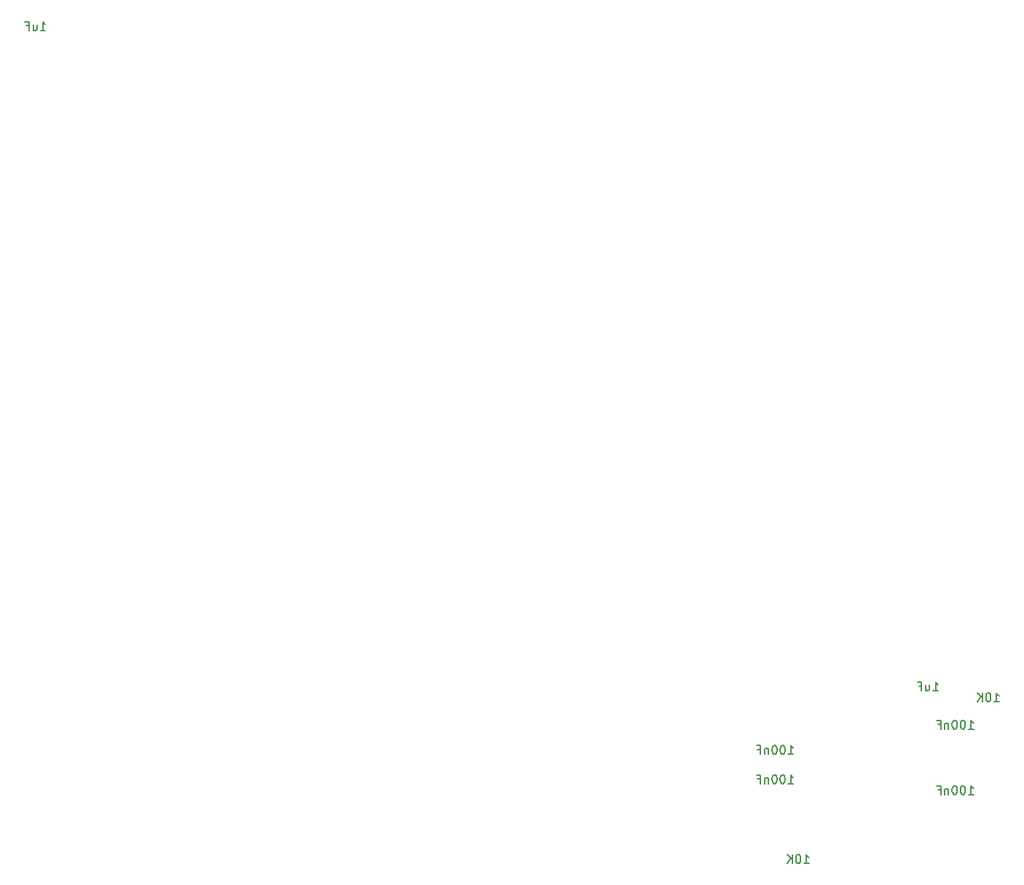
<source format=gbr>
G04 #@! TF.FileFunction,Other,Fab,Bot*
%FSLAX46Y46*%
G04 Gerber Fmt 4.6, Leading zero omitted, Abs format (unit mm)*
G04 Created by KiCad (PCBNEW 4.0.1-stable) date 2/13/2016 10:11:50 PM*
%MOMM*%
G01*
G04 APERTURE LIST*
%ADD10C,0.100000*%
%ADD11C,0.150000*%
G04 APERTURE END LIST*
D10*
D11*
X100163238Y-84966381D02*
X100734667Y-84966381D01*
X100448953Y-84966381D02*
X100448953Y-83966381D01*
X100544191Y-84109238D01*
X100639429Y-84204476D01*
X100734667Y-84252095D01*
X99306095Y-84299714D02*
X99306095Y-84966381D01*
X99734667Y-84299714D02*
X99734667Y-84823524D01*
X99687048Y-84918762D01*
X99591810Y-84966381D01*
X99448952Y-84966381D01*
X99353714Y-84918762D01*
X99306095Y-84871143D01*
X98496571Y-84442571D02*
X98829905Y-84442571D01*
X98829905Y-84966381D02*
X98829905Y-83966381D01*
X98353714Y-83966381D01*
X83335619Y-95761381D02*
X83907048Y-95761381D01*
X83621334Y-95761381D02*
X83621334Y-94761381D01*
X83716572Y-94904238D01*
X83811810Y-94999476D01*
X83907048Y-95047095D01*
X82716572Y-94761381D02*
X82621333Y-94761381D01*
X82526095Y-94809000D01*
X82478476Y-94856619D01*
X82430857Y-94951857D01*
X82383238Y-95142333D01*
X82383238Y-95380429D01*
X82430857Y-95570905D01*
X82478476Y-95666143D01*
X82526095Y-95713762D01*
X82621333Y-95761381D01*
X82716572Y-95761381D01*
X82811810Y-95713762D01*
X82859429Y-95666143D01*
X82907048Y-95570905D01*
X82954667Y-95380429D01*
X82954667Y-95142333D01*
X82907048Y-94951857D01*
X82859429Y-94856619D01*
X82811810Y-94809000D01*
X82716572Y-94761381D01*
X81764191Y-94761381D02*
X81668952Y-94761381D01*
X81573714Y-94809000D01*
X81526095Y-94856619D01*
X81478476Y-94951857D01*
X81430857Y-95142333D01*
X81430857Y-95380429D01*
X81478476Y-95570905D01*
X81526095Y-95666143D01*
X81573714Y-95713762D01*
X81668952Y-95761381D01*
X81764191Y-95761381D01*
X81859429Y-95713762D01*
X81907048Y-95666143D01*
X81954667Y-95570905D01*
X82002286Y-95380429D01*
X82002286Y-95142333D01*
X81954667Y-94951857D01*
X81907048Y-94856619D01*
X81859429Y-94809000D01*
X81764191Y-94761381D01*
X81002286Y-95094714D02*
X81002286Y-95761381D01*
X81002286Y-95189952D02*
X80954667Y-95142333D01*
X80859429Y-95094714D01*
X80716571Y-95094714D01*
X80621333Y-95142333D01*
X80573714Y-95237571D01*
X80573714Y-95761381D01*
X79764190Y-95237571D02*
X80097524Y-95237571D01*
X80097524Y-95761381D02*
X80097524Y-94761381D01*
X79621333Y-94761381D01*
X83335619Y-92341381D02*
X83907048Y-92341381D01*
X83621334Y-92341381D02*
X83621334Y-91341381D01*
X83716572Y-91484238D01*
X83811810Y-91579476D01*
X83907048Y-91627095D01*
X82716572Y-91341381D02*
X82621333Y-91341381D01*
X82526095Y-91389000D01*
X82478476Y-91436619D01*
X82430857Y-91531857D01*
X82383238Y-91722333D01*
X82383238Y-91960429D01*
X82430857Y-92150905D01*
X82478476Y-92246143D01*
X82526095Y-92293762D01*
X82621333Y-92341381D01*
X82716572Y-92341381D01*
X82811810Y-92293762D01*
X82859429Y-92246143D01*
X82907048Y-92150905D01*
X82954667Y-91960429D01*
X82954667Y-91722333D01*
X82907048Y-91531857D01*
X82859429Y-91436619D01*
X82811810Y-91389000D01*
X82716572Y-91341381D01*
X81764191Y-91341381D02*
X81668952Y-91341381D01*
X81573714Y-91389000D01*
X81526095Y-91436619D01*
X81478476Y-91531857D01*
X81430857Y-91722333D01*
X81430857Y-91960429D01*
X81478476Y-92150905D01*
X81526095Y-92246143D01*
X81573714Y-92293762D01*
X81668952Y-92341381D01*
X81764191Y-92341381D01*
X81859429Y-92293762D01*
X81907048Y-92246143D01*
X81954667Y-92150905D01*
X82002286Y-91960429D01*
X82002286Y-91722333D01*
X81954667Y-91531857D01*
X81907048Y-91436619D01*
X81859429Y-91389000D01*
X81764191Y-91341381D01*
X81002286Y-91674714D02*
X81002286Y-92341381D01*
X81002286Y-91769952D02*
X80954667Y-91722333D01*
X80859429Y-91674714D01*
X80716571Y-91674714D01*
X80621333Y-91722333D01*
X80573714Y-91817571D01*
X80573714Y-92341381D01*
X79764190Y-91817571D02*
X80097524Y-91817571D01*
X80097524Y-92341381D02*
X80097524Y-91341381D01*
X79621333Y-91341381D01*
X104290619Y-97031381D02*
X104862048Y-97031381D01*
X104576334Y-97031381D02*
X104576334Y-96031381D01*
X104671572Y-96174238D01*
X104766810Y-96269476D01*
X104862048Y-96317095D01*
X103671572Y-96031381D02*
X103576333Y-96031381D01*
X103481095Y-96079000D01*
X103433476Y-96126619D01*
X103385857Y-96221857D01*
X103338238Y-96412333D01*
X103338238Y-96650429D01*
X103385857Y-96840905D01*
X103433476Y-96936143D01*
X103481095Y-96983762D01*
X103576333Y-97031381D01*
X103671572Y-97031381D01*
X103766810Y-96983762D01*
X103814429Y-96936143D01*
X103862048Y-96840905D01*
X103909667Y-96650429D01*
X103909667Y-96412333D01*
X103862048Y-96221857D01*
X103814429Y-96126619D01*
X103766810Y-96079000D01*
X103671572Y-96031381D01*
X102719191Y-96031381D02*
X102623952Y-96031381D01*
X102528714Y-96079000D01*
X102481095Y-96126619D01*
X102433476Y-96221857D01*
X102385857Y-96412333D01*
X102385857Y-96650429D01*
X102433476Y-96840905D01*
X102481095Y-96936143D01*
X102528714Y-96983762D01*
X102623952Y-97031381D01*
X102719191Y-97031381D01*
X102814429Y-96983762D01*
X102862048Y-96936143D01*
X102909667Y-96840905D01*
X102957286Y-96650429D01*
X102957286Y-96412333D01*
X102909667Y-96221857D01*
X102862048Y-96126619D01*
X102814429Y-96079000D01*
X102719191Y-96031381D01*
X101957286Y-96364714D02*
X101957286Y-97031381D01*
X101957286Y-96459952D02*
X101909667Y-96412333D01*
X101814429Y-96364714D01*
X101671571Y-96364714D01*
X101576333Y-96412333D01*
X101528714Y-96507571D01*
X101528714Y-97031381D01*
X100719190Y-96507571D02*
X101052524Y-96507571D01*
X101052524Y-97031381D02*
X101052524Y-96031381D01*
X100576333Y-96031381D01*
X104290619Y-89411381D02*
X104862048Y-89411381D01*
X104576334Y-89411381D02*
X104576334Y-88411381D01*
X104671572Y-88554238D01*
X104766810Y-88649476D01*
X104862048Y-88697095D01*
X103671572Y-88411381D02*
X103576333Y-88411381D01*
X103481095Y-88459000D01*
X103433476Y-88506619D01*
X103385857Y-88601857D01*
X103338238Y-88792333D01*
X103338238Y-89030429D01*
X103385857Y-89220905D01*
X103433476Y-89316143D01*
X103481095Y-89363762D01*
X103576333Y-89411381D01*
X103671572Y-89411381D01*
X103766810Y-89363762D01*
X103814429Y-89316143D01*
X103862048Y-89220905D01*
X103909667Y-89030429D01*
X103909667Y-88792333D01*
X103862048Y-88601857D01*
X103814429Y-88506619D01*
X103766810Y-88459000D01*
X103671572Y-88411381D01*
X102719191Y-88411381D02*
X102623952Y-88411381D01*
X102528714Y-88459000D01*
X102481095Y-88506619D01*
X102433476Y-88601857D01*
X102385857Y-88792333D01*
X102385857Y-89030429D01*
X102433476Y-89220905D01*
X102481095Y-89316143D01*
X102528714Y-89363762D01*
X102623952Y-89411381D01*
X102719191Y-89411381D01*
X102814429Y-89363762D01*
X102862048Y-89316143D01*
X102909667Y-89220905D01*
X102957286Y-89030429D01*
X102957286Y-88792333D01*
X102909667Y-88601857D01*
X102862048Y-88506619D01*
X102814429Y-88459000D01*
X102719191Y-88411381D01*
X101957286Y-88744714D02*
X101957286Y-89411381D01*
X101957286Y-88839952D02*
X101909667Y-88792333D01*
X101814429Y-88744714D01*
X101671571Y-88744714D01*
X101576333Y-88792333D01*
X101528714Y-88887571D01*
X101528714Y-89411381D01*
X100719190Y-88887571D02*
X101052524Y-88887571D01*
X101052524Y-89411381D02*
X101052524Y-88411381D01*
X100576333Y-88411381D01*
X-3595762Y-8131381D02*
X-3024333Y-8131381D01*
X-3310047Y-8131381D02*
X-3310047Y-7131381D01*
X-3214809Y-7274238D01*
X-3119571Y-7369476D01*
X-3024333Y-7417095D01*
X-4452905Y-7464714D02*
X-4452905Y-8131381D01*
X-4024333Y-7464714D02*
X-4024333Y-7988524D01*
X-4071952Y-8083762D01*
X-4167190Y-8131381D01*
X-4310048Y-8131381D01*
X-4405286Y-8083762D01*
X-4452905Y-8036143D01*
X-5262429Y-7607571D02*
X-4929095Y-7607571D01*
X-4929095Y-8131381D02*
X-4929095Y-7131381D01*
X-5405286Y-7131381D01*
X85145476Y-105041381D02*
X85716905Y-105041381D01*
X85431191Y-105041381D02*
X85431191Y-104041381D01*
X85526429Y-104184238D01*
X85621667Y-104279476D01*
X85716905Y-104327095D01*
X84526429Y-104041381D02*
X84431190Y-104041381D01*
X84335952Y-104089000D01*
X84288333Y-104136619D01*
X84240714Y-104231857D01*
X84193095Y-104422333D01*
X84193095Y-104660429D01*
X84240714Y-104850905D01*
X84288333Y-104946143D01*
X84335952Y-104993762D01*
X84431190Y-105041381D01*
X84526429Y-105041381D01*
X84621667Y-104993762D01*
X84669286Y-104946143D01*
X84716905Y-104850905D01*
X84764524Y-104660429D01*
X84764524Y-104422333D01*
X84716905Y-104231857D01*
X84669286Y-104136619D01*
X84621667Y-104089000D01*
X84526429Y-104041381D01*
X83764524Y-105041381D02*
X83764524Y-104041381D01*
X83193095Y-105041381D02*
X83621667Y-104469952D01*
X83193095Y-104041381D02*
X83764524Y-104612810D01*
X107243476Y-86236381D02*
X107814905Y-86236381D01*
X107529191Y-86236381D02*
X107529191Y-85236381D01*
X107624429Y-85379238D01*
X107719667Y-85474476D01*
X107814905Y-85522095D01*
X106624429Y-85236381D02*
X106529190Y-85236381D01*
X106433952Y-85284000D01*
X106386333Y-85331619D01*
X106338714Y-85426857D01*
X106291095Y-85617333D01*
X106291095Y-85855429D01*
X106338714Y-86045905D01*
X106386333Y-86141143D01*
X106433952Y-86188762D01*
X106529190Y-86236381D01*
X106624429Y-86236381D01*
X106719667Y-86188762D01*
X106767286Y-86141143D01*
X106814905Y-86045905D01*
X106862524Y-85855429D01*
X106862524Y-85617333D01*
X106814905Y-85426857D01*
X106767286Y-85331619D01*
X106719667Y-85284000D01*
X106624429Y-85236381D01*
X105862524Y-86236381D02*
X105862524Y-85236381D01*
X105291095Y-86236381D02*
X105719667Y-85664952D01*
X105291095Y-85236381D02*
X105862524Y-85807810D01*
M02*

</source>
